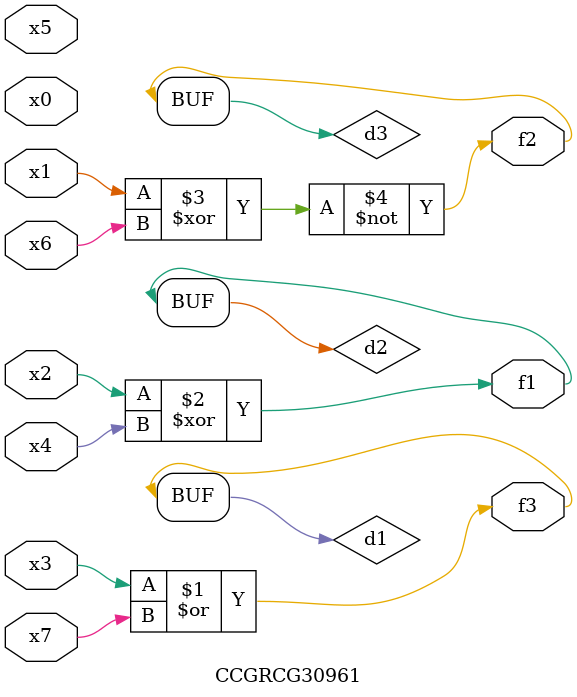
<source format=v>
module CCGRCG30961(
	input x0, x1, x2, x3, x4, x5, x6, x7,
	output f1, f2, f3
);

	wire d1, d2, d3;

	or (d1, x3, x7);
	xor (d2, x2, x4);
	xnor (d3, x1, x6);
	assign f1 = d2;
	assign f2 = d3;
	assign f3 = d1;
endmodule

</source>
